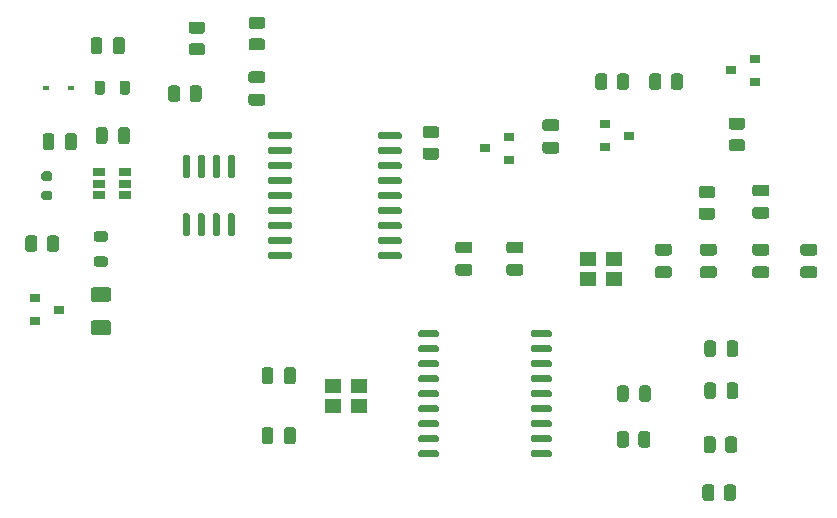
<source format=gbr>
%TF.GenerationSoftware,KiCad,Pcbnew,(5.1.12-1-10_14)*%
%TF.CreationDate,2021-11-26T20:13:54-05:00*%
%TF.ProjectId,Untitled,556e7469-746c-4656-942e-6b696361645f,rev?*%
%TF.SameCoordinates,Original*%
%TF.FileFunction,Paste,Top*%
%TF.FilePolarity,Positive*%
%FSLAX46Y46*%
G04 Gerber Fmt 4.6, Leading zero omitted, Abs format (unit mm)*
G04 Created by KiCad (PCBNEW (5.1.12-1-10_14)) date 2021-11-26 20:13:54*
%MOMM*%
%LPD*%
G01*
G04 APERTURE LIST*
%ADD10R,0.600000X0.450000*%
%ADD11R,0.900000X0.800000*%
%ADD12R,1.060000X0.650000*%
%ADD13R,1.400000X1.200000*%
G04 APERTURE END LIST*
%TO.C,C1*%
G36*
G01*
X106058000Y-130015000D02*
X106058000Y-129065000D01*
G75*
G02*
X106308000Y-128815000I250000J0D01*
G01*
X106808000Y-128815000D01*
G75*
G02*
X107058000Y-129065000I0J-250000D01*
G01*
X107058000Y-130015000D01*
G75*
G02*
X106808000Y-130265000I-250000J0D01*
G01*
X106308000Y-130265000D01*
G75*
G02*
X106058000Y-130015000I0J250000D01*
G01*
G37*
G36*
G01*
X107958000Y-130015000D02*
X107958000Y-129065000D01*
G75*
G02*
X108208000Y-128815000I250000J0D01*
G01*
X108708000Y-128815000D01*
G75*
G02*
X108958000Y-129065000I0J-250000D01*
G01*
X108958000Y-130015000D01*
G75*
G02*
X108708000Y-130265000I-250000J0D01*
G01*
X108208000Y-130265000D01*
G75*
G02*
X107958000Y-130015000I0J250000D01*
G01*
G37*
%TD*%
%TO.C,C2*%
G36*
G01*
X107958000Y-124935000D02*
X107958000Y-123985000D01*
G75*
G02*
X108208000Y-123735000I250000J0D01*
G01*
X108708000Y-123735000D01*
G75*
G02*
X108958000Y-123985000I0J-250000D01*
G01*
X108958000Y-124935000D01*
G75*
G02*
X108708000Y-125185000I-250000J0D01*
G01*
X108208000Y-125185000D01*
G75*
G02*
X107958000Y-124935000I0J250000D01*
G01*
G37*
G36*
G01*
X106058000Y-124935000D02*
X106058000Y-123985000D01*
G75*
G02*
X106308000Y-123735000I250000J0D01*
G01*
X106808000Y-123735000D01*
G75*
G02*
X107058000Y-123985000I0J-250000D01*
G01*
X107058000Y-124935000D01*
G75*
G02*
X106808000Y-125185000I-250000J0D01*
G01*
X106308000Y-125185000D01*
G75*
G02*
X106058000Y-124935000I0J250000D01*
G01*
G37*
%TD*%
%TO.C,C3*%
G36*
G01*
X90416000Y-104173000D02*
X90416000Y-105123000D01*
G75*
G02*
X90166000Y-105373000I-250000J0D01*
G01*
X89666000Y-105373000D01*
G75*
G02*
X89416000Y-105123000I0J250000D01*
G01*
X89416000Y-104173000D01*
G75*
G02*
X89666000Y-103923000I250000J0D01*
G01*
X90166000Y-103923000D01*
G75*
G02*
X90416000Y-104173000I0J-250000D01*
G01*
G37*
G36*
G01*
X88516000Y-104173000D02*
X88516000Y-105123000D01*
G75*
G02*
X88266000Y-105373000I-250000J0D01*
G01*
X87766000Y-105373000D01*
G75*
G02*
X87516000Y-105123000I0J250000D01*
G01*
X87516000Y-104173000D01*
G75*
G02*
X87766000Y-103923000I250000J0D01*
G01*
X88266000Y-103923000D01*
G75*
G02*
X88516000Y-104173000I0J-250000D01*
G01*
G37*
%TD*%
%TO.C,C4*%
G36*
G01*
X122715000Y-113104000D02*
X123665000Y-113104000D01*
G75*
G02*
X123915000Y-113354000I0J-250000D01*
G01*
X123915000Y-113854000D01*
G75*
G02*
X123665000Y-114104000I-250000J0D01*
G01*
X122715000Y-114104000D01*
G75*
G02*
X122465000Y-113854000I0J250000D01*
G01*
X122465000Y-113354000D01*
G75*
G02*
X122715000Y-113104000I250000J0D01*
G01*
G37*
G36*
G01*
X122715000Y-115004000D02*
X123665000Y-115004000D01*
G75*
G02*
X123915000Y-115254000I0J-250000D01*
G01*
X123915000Y-115754000D01*
G75*
G02*
X123665000Y-116004000I-250000J0D01*
G01*
X122715000Y-116004000D01*
G75*
G02*
X122465000Y-115754000I0J250000D01*
G01*
X122465000Y-115254000D01*
G75*
G02*
X122715000Y-115004000I250000J0D01*
G01*
G37*
%TD*%
%TO.C,C5*%
G36*
G01*
X127033000Y-115004000D02*
X127983000Y-115004000D01*
G75*
G02*
X128233000Y-115254000I0J-250000D01*
G01*
X128233000Y-115754000D01*
G75*
G02*
X127983000Y-116004000I-250000J0D01*
G01*
X127033000Y-116004000D01*
G75*
G02*
X126783000Y-115754000I0J250000D01*
G01*
X126783000Y-115254000D01*
G75*
G02*
X127033000Y-115004000I250000J0D01*
G01*
G37*
G36*
G01*
X127033000Y-113104000D02*
X127983000Y-113104000D01*
G75*
G02*
X128233000Y-113354000I0J-250000D01*
G01*
X128233000Y-113854000D01*
G75*
G02*
X127983000Y-114104000I-250000J0D01*
G01*
X127033000Y-114104000D01*
G75*
G02*
X126783000Y-113854000I0J250000D01*
G01*
X126783000Y-113354000D01*
G75*
G02*
X127033000Y-113104000I250000J0D01*
G01*
G37*
%TD*%
%TO.C,C6*%
G36*
G01*
X140556000Y-116197000D02*
X139606000Y-116197000D01*
G75*
G02*
X139356000Y-115947000I0J250000D01*
G01*
X139356000Y-115447000D01*
G75*
G02*
X139606000Y-115197000I250000J0D01*
G01*
X140556000Y-115197000D01*
G75*
G02*
X140806000Y-115447000I0J-250000D01*
G01*
X140806000Y-115947000D01*
G75*
G02*
X140556000Y-116197000I-250000J0D01*
G01*
G37*
G36*
G01*
X140556000Y-114297000D02*
X139606000Y-114297000D01*
G75*
G02*
X139356000Y-114047000I0J250000D01*
G01*
X139356000Y-113547000D01*
G75*
G02*
X139606000Y-113297000I250000J0D01*
G01*
X140556000Y-113297000D01*
G75*
G02*
X140806000Y-113547000I0J-250000D01*
G01*
X140806000Y-114047000D01*
G75*
G02*
X140556000Y-114297000I-250000J0D01*
G01*
G37*
%TD*%
%TO.C,C7*%
G36*
G01*
X144366000Y-114297000D02*
X143416000Y-114297000D01*
G75*
G02*
X143166000Y-114047000I0J250000D01*
G01*
X143166000Y-113547000D01*
G75*
G02*
X143416000Y-113297000I250000J0D01*
G01*
X144366000Y-113297000D01*
G75*
G02*
X144616000Y-113547000I0J-250000D01*
G01*
X144616000Y-114047000D01*
G75*
G02*
X144366000Y-114297000I-250000J0D01*
G01*
G37*
G36*
G01*
X144366000Y-116197000D02*
X143416000Y-116197000D01*
G75*
G02*
X143166000Y-115947000I0J250000D01*
G01*
X143166000Y-115447000D01*
G75*
G02*
X143416000Y-115197000I250000J0D01*
G01*
X144366000Y-115197000D01*
G75*
G02*
X144616000Y-115447000I0J-250000D01*
G01*
X144616000Y-115947000D01*
G75*
G02*
X144366000Y-116197000I-250000J0D01*
G01*
G37*
%TD*%
%TO.C,C8*%
G36*
G01*
X147861000Y-113292000D02*
X148811000Y-113292000D01*
G75*
G02*
X149061000Y-113542000I0J-250000D01*
G01*
X149061000Y-114042000D01*
G75*
G02*
X148811000Y-114292000I-250000J0D01*
G01*
X147861000Y-114292000D01*
G75*
G02*
X147611000Y-114042000I0J250000D01*
G01*
X147611000Y-113542000D01*
G75*
G02*
X147861000Y-113292000I250000J0D01*
G01*
G37*
G36*
G01*
X147861000Y-115192000D02*
X148811000Y-115192000D01*
G75*
G02*
X149061000Y-115442000I0J-250000D01*
G01*
X149061000Y-115942000D01*
G75*
G02*
X148811000Y-116192000I-250000J0D01*
G01*
X147861000Y-116192000D01*
G75*
G02*
X147611000Y-115942000I0J250000D01*
G01*
X147611000Y-115442000D01*
G75*
G02*
X147861000Y-115192000I250000J0D01*
G01*
G37*
%TD*%
%TO.C,C9*%
G36*
G01*
X151925000Y-115197000D02*
X152875000Y-115197000D01*
G75*
G02*
X153125000Y-115447000I0J-250000D01*
G01*
X153125000Y-115947000D01*
G75*
G02*
X152875000Y-116197000I-250000J0D01*
G01*
X151925000Y-116197000D01*
G75*
G02*
X151675000Y-115947000I0J250000D01*
G01*
X151675000Y-115447000D01*
G75*
G02*
X151925000Y-115197000I250000J0D01*
G01*
G37*
G36*
G01*
X151925000Y-113297000D02*
X152875000Y-113297000D01*
G75*
G02*
X153125000Y-113547000I0J-250000D01*
G01*
X153125000Y-114047000D01*
G75*
G02*
X152875000Y-114297000I-250000J0D01*
G01*
X151925000Y-114297000D01*
G75*
G02*
X151675000Y-114047000I0J250000D01*
G01*
X151675000Y-113547000D01*
G75*
G02*
X151925000Y-113297000I250000J0D01*
G01*
G37*
%TD*%
%TO.C,C10*%
G36*
G01*
X93922000Y-104615000D02*
X93922000Y-103665000D01*
G75*
G02*
X94172000Y-103415000I250000J0D01*
G01*
X94672000Y-103415000D01*
G75*
G02*
X94922000Y-103665000I0J-250000D01*
G01*
X94922000Y-104615000D01*
G75*
G02*
X94672000Y-104865000I-250000J0D01*
G01*
X94172000Y-104865000D01*
G75*
G02*
X93922000Y-104615000I0J250000D01*
G01*
G37*
G36*
G01*
X92022000Y-104615000D02*
X92022000Y-103665000D01*
G75*
G02*
X92272000Y-103415000I250000J0D01*
G01*
X92772000Y-103415000D01*
G75*
G02*
X93022000Y-103665000I0J-250000D01*
G01*
X93022000Y-104615000D01*
G75*
G02*
X92772000Y-104865000I-250000J0D01*
G01*
X92272000Y-104865000D01*
G75*
G02*
X92022000Y-104615000I0J250000D01*
G01*
G37*
%TD*%
%TO.C,C11*%
G36*
G01*
X105189000Y-100592000D02*
X106139000Y-100592000D01*
G75*
G02*
X106389000Y-100842000I0J-250000D01*
G01*
X106389000Y-101342000D01*
G75*
G02*
X106139000Y-101592000I-250000J0D01*
G01*
X105189000Y-101592000D01*
G75*
G02*
X104939000Y-101342000I0J250000D01*
G01*
X104939000Y-100842000D01*
G75*
G02*
X105189000Y-100592000I250000J0D01*
G01*
G37*
G36*
G01*
X105189000Y-98692000D02*
X106139000Y-98692000D01*
G75*
G02*
X106389000Y-98942000I0J-250000D01*
G01*
X106389000Y-99442000D01*
G75*
G02*
X106139000Y-99692000I-250000J0D01*
G01*
X105189000Y-99692000D01*
G75*
G02*
X104939000Y-99442000I0J250000D01*
G01*
X104939000Y-98942000D01*
G75*
G02*
X105189000Y-98692000I250000J0D01*
G01*
G37*
%TD*%
%TO.C,C12*%
G36*
G01*
X94480000Y-96045000D02*
X94480000Y-96995000D01*
G75*
G02*
X94230000Y-97245000I-250000J0D01*
G01*
X93730000Y-97245000D01*
G75*
G02*
X93480000Y-96995000I0J250000D01*
G01*
X93480000Y-96045000D01*
G75*
G02*
X93730000Y-95795000I250000J0D01*
G01*
X94230000Y-95795000D01*
G75*
G02*
X94480000Y-96045000I0J-250000D01*
G01*
G37*
G36*
G01*
X92580000Y-96045000D02*
X92580000Y-96995000D01*
G75*
G02*
X92330000Y-97245000I-250000J0D01*
G01*
X91830000Y-97245000D01*
G75*
G02*
X91580000Y-96995000I0J250000D01*
G01*
X91580000Y-96045000D01*
G75*
G02*
X91830000Y-95795000I250000J0D01*
G01*
X92330000Y-95795000D01*
G75*
G02*
X92580000Y-96045000I0J-250000D01*
G01*
G37*
%TD*%
%TO.C,C13*%
G36*
G01*
X147861000Y-108278000D02*
X148811000Y-108278000D01*
G75*
G02*
X149061000Y-108528000I0J-250000D01*
G01*
X149061000Y-109028000D01*
G75*
G02*
X148811000Y-109278000I-250000J0D01*
G01*
X147861000Y-109278000D01*
G75*
G02*
X147611000Y-109028000I0J250000D01*
G01*
X147611000Y-108528000D01*
G75*
G02*
X147861000Y-108278000I250000J0D01*
G01*
G37*
G36*
G01*
X147861000Y-110178000D02*
X148811000Y-110178000D01*
G75*
G02*
X149061000Y-110428000I0J-250000D01*
G01*
X149061000Y-110928000D01*
G75*
G02*
X148811000Y-111178000I-250000J0D01*
G01*
X147861000Y-111178000D01*
G75*
G02*
X147611000Y-110928000I0J250000D01*
G01*
X147611000Y-110428000D01*
G75*
G02*
X147861000Y-110178000I250000J0D01*
G01*
G37*
%TD*%
%TO.C,C14*%
G36*
G01*
X130081000Y-104656000D02*
X131031000Y-104656000D01*
G75*
G02*
X131281000Y-104906000I0J-250000D01*
G01*
X131281000Y-105406000D01*
G75*
G02*
X131031000Y-105656000I-250000J0D01*
G01*
X130081000Y-105656000D01*
G75*
G02*
X129831000Y-105406000I0J250000D01*
G01*
X129831000Y-104906000D01*
G75*
G02*
X130081000Y-104656000I250000J0D01*
G01*
G37*
G36*
G01*
X130081000Y-102756000D02*
X131031000Y-102756000D01*
G75*
G02*
X131281000Y-103006000I0J-250000D01*
G01*
X131281000Y-103506000D01*
G75*
G02*
X131031000Y-103756000I-250000J0D01*
G01*
X130081000Y-103756000D01*
G75*
G02*
X129831000Y-103506000I0J250000D01*
G01*
X129831000Y-103006000D01*
G75*
G02*
X130081000Y-102756000I250000J0D01*
G01*
G37*
%TD*%
%TO.C,D1*%
G36*
G01*
X139014500Y-125527750D02*
X139014500Y-126440250D01*
G75*
G02*
X138770750Y-126684000I-243750J0D01*
G01*
X138283250Y-126684000D01*
G75*
G02*
X138039500Y-126440250I0J243750D01*
G01*
X138039500Y-125527750D01*
G75*
G02*
X138283250Y-125284000I243750J0D01*
G01*
X138770750Y-125284000D01*
G75*
G02*
X139014500Y-125527750I0J-243750D01*
G01*
G37*
G36*
G01*
X137139500Y-125527750D02*
X137139500Y-126440250D01*
G75*
G02*
X136895750Y-126684000I-243750J0D01*
G01*
X136408250Y-126684000D01*
G75*
G02*
X136164500Y-126440250I0J243750D01*
G01*
X136164500Y-125527750D01*
G75*
G02*
X136408250Y-125284000I243750J0D01*
G01*
X136895750Y-125284000D01*
G75*
G02*
X137139500Y-125527750I0J-243750D01*
G01*
G37*
%TD*%
D10*
%TO.C,D2*%
X89950000Y-100076000D03*
X87850000Y-100076000D03*
%TD*%
%TO.C,D3*%
G36*
G01*
X144535500Y-121717750D02*
X144535500Y-122630250D01*
G75*
G02*
X144291750Y-122874000I-243750J0D01*
G01*
X143804250Y-122874000D01*
G75*
G02*
X143560500Y-122630250I0J243750D01*
G01*
X143560500Y-121717750D01*
G75*
G02*
X143804250Y-121474000I243750J0D01*
G01*
X144291750Y-121474000D01*
G75*
G02*
X144535500Y-121717750I0J-243750D01*
G01*
G37*
G36*
G01*
X146410500Y-121717750D02*
X146410500Y-122630250D01*
G75*
G02*
X146166750Y-122874000I-243750J0D01*
G01*
X145679250Y-122874000D01*
G75*
G02*
X145435500Y-122630250I0J243750D01*
G01*
X145435500Y-121717750D01*
G75*
G02*
X145679250Y-121474000I243750J0D01*
G01*
X146166750Y-121474000D01*
G75*
G02*
X146410500Y-121717750I0J-243750D01*
G01*
G37*
%TD*%
%TO.C,D4*%
G36*
G01*
X146410500Y-125273750D02*
X146410500Y-126186250D01*
G75*
G02*
X146166750Y-126430000I-243750J0D01*
G01*
X145679250Y-126430000D01*
G75*
G02*
X145435500Y-126186250I0J243750D01*
G01*
X145435500Y-125273750D01*
G75*
G02*
X145679250Y-125030000I243750J0D01*
G01*
X146166750Y-125030000D01*
G75*
G02*
X146410500Y-125273750I0J-243750D01*
G01*
G37*
G36*
G01*
X144535500Y-125273750D02*
X144535500Y-126186250D01*
G75*
G02*
X144291750Y-126430000I-243750J0D01*
G01*
X143804250Y-126430000D01*
G75*
G02*
X143560500Y-126186250I0J243750D01*
G01*
X143560500Y-125273750D01*
G75*
G02*
X143804250Y-125030000I243750J0D01*
G01*
X144291750Y-125030000D01*
G75*
G02*
X144535500Y-125273750I0J-243750D01*
G01*
G37*
%TD*%
%TO.C,F1*%
G36*
G01*
X91831000Y-116971000D02*
X93081000Y-116971000D01*
G75*
G02*
X93331000Y-117221000I0J-250000D01*
G01*
X93331000Y-117971000D01*
G75*
G02*
X93081000Y-118221000I-250000J0D01*
G01*
X91831000Y-118221000D01*
G75*
G02*
X91581000Y-117971000I0J250000D01*
G01*
X91581000Y-117221000D01*
G75*
G02*
X91831000Y-116971000I250000J0D01*
G01*
G37*
G36*
G01*
X91831000Y-119771000D02*
X93081000Y-119771000D01*
G75*
G02*
X93331000Y-120021000I0J-250000D01*
G01*
X93331000Y-120771000D01*
G75*
G02*
X93081000Y-121021000I-250000J0D01*
G01*
X91831000Y-121021000D01*
G75*
G02*
X91581000Y-120771000I0J250000D01*
G01*
X91581000Y-120021000D01*
G75*
G02*
X91831000Y-119771000I250000J0D01*
G01*
G37*
%TD*%
%TO.C,FB1*%
G36*
G01*
X92074750Y-114370500D02*
X92837250Y-114370500D01*
G75*
G02*
X93056000Y-114589250I0J-218750D01*
G01*
X93056000Y-115026750D01*
G75*
G02*
X92837250Y-115245500I-218750J0D01*
G01*
X92074750Y-115245500D01*
G75*
G02*
X91856000Y-115026750I0J218750D01*
G01*
X91856000Y-114589250D01*
G75*
G02*
X92074750Y-114370500I218750J0D01*
G01*
G37*
G36*
G01*
X92074750Y-112245500D02*
X92837250Y-112245500D01*
G75*
G02*
X93056000Y-112464250I0J-218750D01*
G01*
X93056000Y-112901750D01*
G75*
G02*
X92837250Y-113120500I-218750J0D01*
G01*
X92074750Y-113120500D01*
G75*
G02*
X91856000Y-112901750I0J218750D01*
G01*
X91856000Y-112464250D01*
G75*
G02*
X92074750Y-112245500I218750J0D01*
G01*
G37*
%TD*%
%TO.C,L1*%
G36*
G01*
X91925500Y-100457250D02*
X91925500Y-99694750D01*
G75*
G02*
X92144250Y-99476000I218750J0D01*
G01*
X92581750Y-99476000D01*
G75*
G02*
X92800500Y-99694750I0J-218750D01*
G01*
X92800500Y-100457250D01*
G75*
G02*
X92581750Y-100676000I-218750J0D01*
G01*
X92144250Y-100676000D01*
G75*
G02*
X91925500Y-100457250I0J218750D01*
G01*
G37*
G36*
G01*
X94050500Y-100457250D02*
X94050500Y-99694750D01*
G75*
G02*
X94269250Y-99476000I218750J0D01*
G01*
X94706750Y-99476000D01*
G75*
G02*
X94925500Y-99694750I0J-218750D01*
G01*
X94925500Y-100457250D01*
G75*
G02*
X94706750Y-100676000I-218750J0D01*
G01*
X94269250Y-100676000D01*
G75*
G02*
X94050500Y-100457250I0J218750D01*
G01*
G37*
%TD*%
D11*
%TO.C,Q1*%
X88884000Y-118872000D03*
X86884000Y-119822000D03*
X86884000Y-117922000D03*
%TD*%
%TO.C,Q2*%
X135144000Y-103190000D03*
X135144000Y-105090000D03*
X137144000Y-104140000D03*
%TD*%
%TO.C,Q3*%
X145828000Y-98618000D03*
X147828000Y-97668000D03*
X147828000Y-99568000D03*
%TD*%
%TO.C,R1*%
G36*
G01*
X136139500Y-130307501D02*
X136139500Y-129407499D01*
G75*
G02*
X136389499Y-129157500I249999J0D01*
G01*
X136914501Y-129157500D01*
G75*
G02*
X137164500Y-129407499I0J-249999D01*
G01*
X137164500Y-130307501D01*
G75*
G02*
X136914501Y-130557500I-249999J0D01*
G01*
X136389499Y-130557500D01*
G75*
G02*
X136139500Y-130307501I0J249999D01*
G01*
G37*
G36*
G01*
X137964500Y-130307501D02*
X137964500Y-129407499D01*
G75*
G02*
X138214499Y-129157500I249999J0D01*
G01*
X138739501Y-129157500D01*
G75*
G02*
X138989500Y-129407499I0J-249999D01*
G01*
X138989500Y-130307501D01*
G75*
G02*
X138739501Y-130557500I-249999J0D01*
G01*
X138214499Y-130557500D01*
G75*
G02*
X137964500Y-130307501I0J249999D01*
G01*
G37*
%TD*%
%TO.C,R2*%
G36*
G01*
X119945999Y-105151500D02*
X120846001Y-105151500D01*
G75*
G02*
X121096000Y-105401499I0J-249999D01*
G01*
X121096000Y-105926501D01*
G75*
G02*
X120846001Y-106176500I-249999J0D01*
G01*
X119945999Y-106176500D01*
G75*
G02*
X119696000Y-105926501I0J249999D01*
G01*
X119696000Y-105401499D01*
G75*
G02*
X119945999Y-105151500I249999J0D01*
G01*
G37*
G36*
G01*
X119945999Y-103326500D02*
X120846001Y-103326500D01*
G75*
G02*
X121096000Y-103576499I0J-249999D01*
G01*
X121096000Y-104101501D01*
G75*
G02*
X120846001Y-104351500I-249999J0D01*
G01*
X119945999Y-104351500D01*
G75*
G02*
X119696000Y-104101501I0J249999D01*
G01*
X119696000Y-103576499D01*
G75*
G02*
X119945999Y-103326500I249999J0D01*
G01*
G37*
%TD*%
%TO.C,R3*%
G36*
G01*
X88904500Y-112833999D02*
X88904500Y-113734001D01*
G75*
G02*
X88654501Y-113984000I-249999J0D01*
G01*
X88129499Y-113984000D01*
G75*
G02*
X87879500Y-113734001I0J249999D01*
G01*
X87879500Y-112833999D01*
G75*
G02*
X88129499Y-112584000I249999J0D01*
G01*
X88654501Y-112584000D01*
G75*
G02*
X88904500Y-112833999I0J-249999D01*
G01*
G37*
G36*
G01*
X87079500Y-112833999D02*
X87079500Y-113734001D01*
G75*
G02*
X86829501Y-113984000I-249999J0D01*
G01*
X86304499Y-113984000D01*
G75*
G02*
X86054500Y-113734001I0J249999D01*
G01*
X86054500Y-112833999D01*
G75*
G02*
X86304499Y-112584000I249999J0D01*
G01*
X86829501Y-112584000D01*
G75*
G02*
X87079500Y-112833999I0J-249999D01*
G01*
G37*
%TD*%
%TO.C,R4*%
G36*
G01*
X88159000Y-109620000D02*
X87609000Y-109620000D01*
G75*
G02*
X87409000Y-109420000I0J200000D01*
G01*
X87409000Y-109020000D01*
G75*
G02*
X87609000Y-108820000I200000J0D01*
G01*
X88159000Y-108820000D01*
G75*
G02*
X88359000Y-109020000I0J-200000D01*
G01*
X88359000Y-109420000D01*
G75*
G02*
X88159000Y-109620000I-200000J0D01*
G01*
G37*
G36*
G01*
X88159000Y-107970000D02*
X87609000Y-107970000D01*
G75*
G02*
X87409000Y-107770000I0J200000D01*
G01*
X87409000Y-107370000D01*
G75*
G02*
X87609000Y-107170000I200000J0D01*
G01*
X88159000Y-107170000D01*
G75*
G02*
X88359000Y-107370000I0J-200000D01*
G01*
X88359000Y-107770000D01*
G75*
G02*
X88159000Y-107970000I-200000J0D01*
G01*
G37*
%TD*%
%TO.C,R5*%
G36*
G01*
X106114001Y-95104000D02*
X105213999Y-95104000D01*
G75*
G02*
X104964000Y-94854001I0J249999D01*
G01*
X104964000Y-94328999D01*
G75*
G02*
X105213999Y-94079000I249999J0D01*
G01*
X106114001Y-94079000D01*
G75*
G02*
X106364000Y-94328999I0J-249999D01*
G01*
X106364000Y-94854001D01*
G75*
G02*
X106114001Y-95104000I-249999J0D01*
G01*
G37*
G36*
G01*
X106114001Y-96929000D02*
X105213999Y-96929000D01*
G75*
G02*
X104964000Y-96679001I0J249999D01*
G01*
X104964000Y-96153999D01*
G75*
G02*
X105213999Y-95904000I249999J0D01*
G01*
X106114001Y-95904000D01*
G75*
G02*
X106364000Y-96153999I0J-249999D01*
G01*
X106364000Y-96679001D01*
G75*
G02*
X106114001Y-96929000I-249999J0D01*
G01*
G37*
%TD*%
%TO.C,R6*%
G36*
G01*
X100133999Y-94483500D02*
X101034001Y-94483500D01*
G75*
G02*
X101284000Y-94733499I0J-249999D01*
G01*
X101284000Y-95258501D01*
G75*
G02*
X101034001Y-95508500I-249999J0D01*
G01*
X100133999Y-95508500D01*
G75*
G02*
X99884000Y-95258501I0J249999D01*
G01*
X99884000Y-94733499D01*
G75*
G02*
X100133999Y-94483500I249999J0D01*
G01*
G37*
G36*
G01*
X100133999Y-96308500D02*
X101034001Y-96308500D01*
G75*
G02*
X101284000Y-96558499I0J-249999D01*
G01*
X101284000Y-97083501D01*
G75*
G02*
X101034001Y-97333500I-249999J0D01*
G01*
X100133999Y-97333500D01*
G75*
G02*
X99884000Y-97083501I0J249999D01*
G01*
X99884000Y-96558499D01*
G75*
G02*
X100133999Y-96308500I249999J0D01*
G01*
G37*
%TD*%
%TO.C,R7*%
G36*
G01*
X99168000Y-100133999D02*
X99168000Y-101034001D01*
G75*
G02*
X98918001Y-101284000I-249999J0D01*
G01*
X98392999Y-101284000D01*
G75*
G02*
X98143000Y-101034001I0J249999D01*
G01*
X98143000Y-100133999D01*
G75*
G02*
X98392999Y-99884000I249999J0D01*
G01*
X98918001Y-99884000D01*
G75*
G02*
X99168000Y-100133999I0J-249999D01*
G01*
G37*
G36*
G01*
X100993000Y-100133999D02*
X100993000Y-101034001D01*
G75*
G02*
X100743001Y-101284000I-249999J0D01*
G01*
X100217999Y-101284000D01*
G75*
G02*
X99968000Y-101034001I0J249999D01*
G01*
X99968000Y-100133999D01*
G75*
G02*
X100217999Y-99884000I249999J0D01*
G01*
X100743001Y-99884000D01*
G75*
G02*
X100993000Y-100133999I0J-249999D01*
G01*
G37*
%TD*%
%TO.C,R8*%
G36*
G01*
X144214001Y-111256500D02*
X143313999Y-111256500D01*
G75*
G02*
X143064000Y-111006501I0J249999D01*
G01*
X143064000Y-110481499D01*
G75*
G02*
X143313999Y-110231500I249999J0D01*
G01*
X144214001Y-110231500D01*
G75*
G02*
X144464000Y-110481499I0J-249999D01*
G01*
X144464000Y-111006501D01*
G75*
G02*
X144214001Y-111256500I-249999J0D01*
G01*
G37*
G36*
G01*
X144214001Y-109431500D02*
X143313999Y-109431500D01*
G75*
G02*
X143064000Y-109181501I0J249999D01*
G01*
X143064000Y-108656499D01*
G75*
G02*
X143313999Y-108406500I249999J0D01*
G01*
X144214001Y-108406500D01*
G75*
G02*
X144464000Y-108656499I0J-249999D01*
G01*
X144464000Y-109181501D01*
G75*
G02*
X144214001Y-109431500I-249999J0D01*
G01*
G37*
%TD*%
%TO.C,R9*%
G36*
G01*
X141736500Y-99117999D02*
X141736500Y-100018001D01*
G75*
G02*
X141486501Y-100268000I-249999J0D01*
G01*
X140961499Y-100268000D01*
G75*
G02*
X140711500Y-100018001I0J249999D01*
G01*
X140711500Y-99117999D01*
G75*
G02*
X140961499Y-98868000I249999J0D01*
G01*
X141486501Y-98868000D01*
G75*
G02*
X141736500Y-99117999I0J-249999D01*
G01*
G37*
G36*
G01*
X139911500Y-99117999D02*
X139911500Y-100018001D01*
G75*
G02*
X139661501Y-100268000I-249999J0D01*
G01*
X139136499Y-100268000D01*
G75*
G02*
X138886500Y-100018001I0J249999D01*
G01*
X138886500Y-99117999D01*
G75*
G02*
X139136499Y-98868000I249999J0D01*
G01*
X139661501Y-98868000D01*
G75*
G02*
X139911500Y-99117999I0J-249999D01*
G01*
G37*
%TD*%
%TO.C,R10*%
G36*
G01*
X146754001Y-103636500D02*
X145853999Y-103636500D01*
G75*
G02*
X145604000Y-103386501I0J249999D01*
G01*
X145604000Y-102861499D01*
G75*
G02*
X145853999Y-102611500I249999J0D01*
G01*
X146754001Y-102611500D01*
G75*
G02*
X147004000Y-102861499I0J-249999D01*
G01*
X147004000Y-103386501D01*
G75*
G02*
X146754001Y-103636500I-249999J0D01*
G01*
G37*
G36*
G01*
X146754001Y-105461500D02*
X145853999Y-105461500D01*
G75*
G02*
X145604000Y-105211501I0J249999D01*
G01*
X145604000Y-104686499D01*
G75*
G02*
X145853999Y-104436500I249999J0D01*
G01*
X146754001Y-104436500D01*
G75*
G02*
X147004000Y-104686499I0J-249999D01*
G01*
X147004000Y-105211501D01*
G75*
G02*
X146754001Y-105461500I-249999J0D01*
G01*
G37*
%TD*%
%TO.C,R11*%
G36*
G01*
X136139500Y-100018001D02*
X136139500Y-99117999D01*
G75*
G02*
X136389499Y-98868000I249999J0D01*
G01*
X136914501Y-98868000D01*
G75*
G02*
X137164500Y-99117999I0J-249999D01*
G01*
X137164500Y-100018001D01*
G75*
G02*
X136914501Y-100268000I-249999J0D01*
G01*
X136389499Y-100268000D01*
G75*
G02*
X136139500Y-100018001I0J249999D01*
G01*
G37*
G36*
G01*
X134314500Y-100018001D02*
X134314500Y-99117999D01*
G75*
G02*
X134564499Y-98868000I249999J0D01*
G01*
X135089501Y-98868000D01*
G75*
G02*
X135339500Y-99117999I0J-249999D01*
G01*
X135339500Y-100018001D01*
G75*
G02*
X135089501Y-100268000I-249999J0D01*
G01*
X134564499Y-100268000D01*
G75*
G02*
X134314500Y-100018001I0J249999D01*
G01*
G37*
%TD*%
%TO.C,R12*%
G36*
G01*
X144403500Y-133915999D02*
X144403500Y-134816001D01*
G75*
G02*
X144153501Y-135066000I-249999J0D01*
G01*
X143628499Y-135066000D01*
G75*
G02*
X143378500Y-134816001I0J249999D01*
G01*
X143378500Y-133915999D01*
G75*
G02*
X143628499Y-133666000I249999J0D01*
G01*
X144153501Y-133666000D01*
G75*
G02*
X144403500Y-133915999I0J-249999D01*
G01*
G37*
G36*
G01*
X146228500Y-133915999D02*
X146228500Y-134816001D01*
G75*
G02*
X145978501Y-135066000I-249999J0D01*
G01*
X145453499Y-135066000D01*
G75*
G02*
X145203500Y-134816001I0J249999D01*
G01*
X145203500Y-133915999D01*
G75*
G02*
X145453499Y-133666000I249999J0D01*
G01*
X145978501Y-133666000D01*
G75*
G02*
X146228500Y-133915999I0J-249999D01*
G01*
G37*
%TD*%
%TO.C,R13*%
G36*
G01*
X146332000Y-129851999D02*
X146332000Y-130752001D01*
G75*
G02*
X146082001Y-131002000I-249999J0D01*
G01*
X145556999Y-131002000D01*
G75*
G02*
X145307000Y-130752001I0J249999D01*
G01*
X145307000Y-129851999D01*
G75*
G02*
X145556999Y-129602000I249999J0D01*
G01*
X146082001Y-129602000D01*
G75*
G02*
X146332000Y-129851999I0J-249999D01*
G01*
G37*
G36*
G01*
X144507000Y-129851999D02*
X144507000Y-130752001D01*
G75*
G02*
X144257001Y-131002000I-249999J0D01*
G01*
X143731999Y-131002000D01*
G75*
G02*
X143482000Y-130752001I0J249999D01*
G01*
X143482000Y-129851999D01*
G75*
G02*
X143731999Y-129602000I249999J0D01*
G01*
X144257001Y-129602000D01*
G75*
G02*
X144507000Y-129851999I0J-249999D01*
G01*
G37*
%TD*%
%TO.C,U1*%
G36*
G01*
X106593000Y-104290000D02*
X106593000Y-103990000D01*
G75*
G02*
X106743000Y-103840000I150000J0D01*
G01*
X108493000Y-103840000D01*
G75*
G02*
X108643000Y-103990000I0J-150000D01*
G01*
X108643000Y-104290000D01*
G75*
G02*
X108493000Y-104440000I-150000J0D01*
G01*
X106743000Y-104440000D01*
G75*
G02*
X106593000Y-104290000I0J150000D01*
G01*
G37*
G36*
G01*
X106593000Y-105560000D02*
X106593000Y-105260000D01*
G75*
G02*
X106743000Y-105110000I150000J0D01*
G01*
X108493000Y-105110000D01*
G75*
G02*
X108643000Y-105260000I0J-150000D01*
G01*
X108643000Y-105560000D01*
G75*
G02*
X108493000Y-105710000I-150000J0D01*
G01*
X106743000Y-105710000D01*
G75*
G02*
X106593000Y-105560000I0J150000D01*
G01*
G37*
G36*
G01*
X106593000Y-106830000D02*
X106593000Y-106530000D01*
G75*
G02*
X106743000Y-106380000I150000J0D01*
G01*
X108493000Y-106380000D01*
G75*
G02*
X108643000Y-106530000I0J-150000D01*
G01*
X108643000Y-106830000D01*
G75*
G02*
X108493000Y-106980000I-150000J0D01*
G01*
X106743000Y-106980000D01*
G75*
G02*
X106593000Y-106830000I0J150000D01*
G01*
G37*
G36*
G01*
X106593000Y-108100000D02*
X106593000Y-107800000D01*
G75*
G02*
X106743000Y-107650000I150000J0D01*
G01*
X108493000Y-107650000D01*
G75*
G02*
X108643000Y-107800000I0J-150000D01*
G01*
X108643000Y-108100000D01*
G75*
G02*
X108493000Y-108250000I-150000J0D01*
G01*
X106743000Y-108250000D01*
G75*
G02*
X106593000Y-108100000I0J150000D01*
G01*
G37*
G36*
G01*
X106593000Y-109370000D02*
X106593000Y-109070000D01*
G75*
G02*
X106743000Y-108920000I150000J0D01*
G01*
X108493000Y-108920000D01*
G75*
G02*
X108643000Y-109070000I0J-150000D01*
G01*
X108643000Y-109370000D01*
G75*
G02*
X108493000Y-109520000I-150000J0D01*
G01*
X106743000Y-109520000D01*
G75*
G02*
X106593000Y-109370000I0J150000D01*
G01*
G37*
G36*
G01*
X106593000Y-110640000D02*
X106593000Y-110340000D01*
G75*
G02*
X106743000Y-110190000I150000J0D01*
G01*
X108493000Y-110190000D01*
G75*
G02*
X108643000Y-110340000I0J-150000D01*
G01*
X108643000Y-110640000D01*
G75*
G02*
X108493000Y-110790000I-150000J0D01*
G01*
X106743000Y-110790000D01*
G75*
G02*
X106593000Y-110640000I0J150000D01*
G01*
G37*
G36*
G01*
X106593000Y-111910000D02*
X106593000Y-111610000D01*
G75*
G02*
X106743000Y-111460000I150000J0D01*
G01*
X108493000Y-111460000D01*
G75*
G02*
X108643000Y-111610000I0J-150000D01*
G01*
X108643000Y-111910000D01*
G75*
G02*
X108493000Y-112060000I-150000J0D01*
G01*
X106743000Y-112060000D01*
G75*
G02*
X106593000Y-111910000I0J150000D01*
G01*
G37*
G36*
G01*
X106593000Y-113180000D02*
X106593000Y-112880000D01*
G75*
G02*
X106743000Y-112730000I150000J0D01*
G01*
X108493000Y-112730000D01*
G75*
G02*
X108643000Y-112880000I0J-150000D01*
G01*
X108643000Y-113180000D01*
G75*
G02*
X108493000Y-113330000I-150000J0D01*
G01*
X106743000Y-113330000D01*
G75*
G02*
X106593000Y-113180000I0J150000D01*
G01*
G37*
G36*
G01*
X106593000Y-114450000D02*
X106593000Y-114150000D01*
G75*
G02*
X106743000Y-114000000I150000J0D01*
G01*
X108493000Y-114000000D01*
G75*
G02*
X108643000Y-114150000I0J-150000D01*
G01*
X108643000Y-114450000D01*
G75*
G02*
X108493000Y-114600000I-150000J0D01*
G01*
X106743000Y-114600000D01*
G75*
G02*
X106593000Y-114450000I0J150000D01*
G01*
G37*
G36*
G01*
X115893000Y-114450000D02*
X115893000Y-114150000D01*
G75*
G02*
X116043000Y-114000000I150000J0D01*
G01*
X117793000Y-114000000D01*
G75*
G02*
X117943000Y-114150000I0J-150000D01*
G01*
X117943000Y-114450000D01*
G75*
G02*
X117793000Y-114600000I-150000J0D01*
G01*
X116043000Y-114600000D01*
G75*
G02*
X115893000Y-114450000I0J150000D01*
G01*
G37*
G36*
G01*
X115893000Y-113180000D02*
X115893000Y-112880000D01*
G75*
G02*
X116043000Y-112730000I150000J0D01*
G01*
X117793000Y-112730000D01*
G75*
G02*
X117943000Y-112880000I0J-150000D01*
G01*
X117943000Y-113180000D01*
G75*
G02*
X117793000Y-113330000I-150000J0D01*
G01*
X116043000Y-113330000D01*
G75*
G02*
X115893000Y-113180000I0J150000D01*
G01*
G37*
G36*
G01*
X115893000Y-111910000D02*
X115893000Y-111610000D01*
G75*
G02*
X116043000Y-111460000I150000J0D01*
G01*
X117793000Y-111460000D01*
G75*
G02*
X117943000Y-111610000I0J-150000D01*
G01*
X117943000Y-111910000D01*
G75*
G02*
X117793000Y-112060000I-150000J0D01*
G01*
X116043000Y-112060000D01*
G75*
G02*
X115893000Y-111910000I0J150000D01*
G01*
G37*
G36*
G01*
X115893000Y-110640000D02*
X115893000Y-110340000D01*
G75*
G02*
X116043000Y-110190000I150000J0D01*
G01*
X117793000Y-110190000D01*
G75*
G02*
X117943000Y-110340000I0J-150000D01*
G01*
X117943000Y-110640000D01*
G75*
G02*
X117793000Y-110790000I-150000J0D01*
G01*
X116043000Y-110790000D01*
G75*
G02*
X115893000Y-110640000I0J150000D01*
G01*
G37*
G36*
G01*
X115893000Y-109370000D02*
X115893000Y-109070000D01*
G75*
G02*
X116043000Y-108920000I150000J0D01*
G01*
X117793000Y-108920000D01*
G75*
G02*
X117943000Y-109070000I0J-150000D01*
G01*
X117943000Y-109370000D01*
G75*
G02*
X117793000Y-109520000I-150000J0D01*
G01*
X116043000Y-109520000D01*
G75*
G02*
X115893000Y-109370000I0J150000D01*
G01*
G37*
G36*
G01*
X115893000Y-108100000D02*
X115893000Y-107800000D01*
G75*
G02*
X116043000Y-107650000I150000J0D01*
G01*
X117793000Y-107650000D01*
G75*
G02*
X117943000Y-107800000I0J-150000D01*
G01*
X117943000Y-108100000D01*
G75*
G02*
X117793000Y-108250000I-150000J0D01*
G01*
X116043000Y-108250000D01*
G75*
G02*
X115893000Y-108100000I0J150000D01*
G01*
G37*
G36*
G01*
X115893000Y-106830000D02*
X115893000Y-106530000D01*
G75*
G02*
X116043000Y-106380000I150000J0D01*
G01*
X117793000Y-106380000D01*
G75*
G02*
X117943000Y-106530000I0J-150000D01*
G01*
X117943000Y-106830000D01*
G75*
G02*
X117793000Y-106980000I-150000J0D01*
G01*
X116043000Y-106980000D01*
G75*
G02*
X115893000Y-106830000I0J150000D01*
G01*
G37*
G36*
G01*
X115893000Y-105560000D02*
X115893000Y-105260000D01*
G75*
G02*
X116043000Y-105110000I150000J0D01*
G01*
X117793000Y-105110000D01*
G75*
G02*
X117943000Y-105260000I0J-150000D01*
G01*
X117943000Y-105560000D01*
G75*
G02*
X117793000Y-105710000I-150000J0D01*
G01*
X116043000Y-105710000D01*
G75*
G02*
X115893000Y-105560000I0J150000D01*
G01*
G37*
G36*
G01*
X115893000Y-104290000D02*
X115893000Y-103990000D01*
G75*
G02*
X116043000Y-103840000I150000J0D01*
G01*
X117793000Y-103840000D01*
G75*
G02*
X117943000Y-103990000I0J-150000D01*
G01*
X117943000Y-104290000D01*
G75*
G02*
X117793000Y-104440000I-150000J0D01*
G01*
X116043000Y-104440000D01*
G75*
G02*
X115893000Y-104290000I0J150000D01*
G01*
G37*
%TD*%
%TO.C,U2*%
G36*
G01*
X99845000Y-112670000D02*
X99545000Y-112670000D01*
G75*
G02*
X99395000Y-112520000I0J150000D01*
G01*
X99395000Y-110870000D01*
G75*
G02*
X99545000Y-110720000I150000J0D01*
G01*
X99845000Y-110720000D01*
G75*
G02*
X99995000Y-110870000I0J-150000D01*
G01*
X99995000Y-112520000D01*
G75*
G02*
X99845000Y-112670000I-150000J0D01*
G01*
G37*
G36*
G01*
X101115000Y-112670000D02*
X100815000Y-112670000D01*
G75*
G02*
X100665000Y-112520000I0J150000D01*
G01*
X100665000Y-110870000D01*
G75*
G02*
X100815000Y-110720000I150000J0D01*
G01*
X101115000Y-110720000D01*
G75*
G02*
X101265000Y-110870000I0J-150000D01*
G01*
X101265000Y-112520000D01*
G75*
G02*
X101115000Y-112670000I-150000J0D01*
G01*
G37*
G36*
G01*
X102385000Y-112670000D02*
X102085000Y-112670000D01*
G75*
G02*
X101935000Y-112520000I0J150000D01*
G01*
X101935000Y-110870000D01*
G75*
G02*
X102085000Y-110720000I150000J0D01*
G01*
X102385000Y-110720000D01*
G75*
G02*
X102535000Y-110870000I0J-150000D01*
G01*
X102535000Y-112520000D01*
G75*
G02*
X102385000Y-112670000I-150000J0D01*
G01*
G37*
G36*
G01*
X103655000Y-112670000D02*
X103355000Y-112670000D01*
G75*
G02*
X103205000Y-112520000I0J150000D01*
G01*
X103205000Y-110870000D01*
G75*
G02*
X103355000Y-110720000I150000J0D01*
G01*
X103655000Y-110720000D01*
G75*
G02*
X103805000Y-110870000I0J-150000D01*
G01*
X103805000Y-112520000D01*
G75*
G02*
X103655000Y-112670000I-150000J0D01*
G01*
G37*
G36*
G01*
X103655000Y-107720000D02*
X103355000Y-107720000D01*
G75*
G02*
X103205000Y-107570000I0J150000D01*
G01*
X103205000Y-105920000D01*
G75*
G02*
X103355000Y-105770000I150000J0D01*
G01*
X103655000Y-105770000D01*
G75*
G02*
X103805000Y-105920000I0J-150000D01*
G01*
X103805000Y-107570000D01*
G75*
G02*
X103655000Y-107720000I-150000J0D01*
G01*
G37*
G36*
G01*
X102385000Y-107720000D02*
X102085000Y-107720000D01*
G75*
G02*
X101935000Y-107570000I0J150000D01*
G01*
X101935000Y-105920000D01*
G75*
G02*
X102085000Y-105770000I150000J0D01*
G01*
X102385000Y-105770000D01*
G75*
G02*
X102535000Y-105920000I0J-150000D01*
G01*
X102535000Y-107570000D01*
G75*
G02*
X102385000Y-107720000I-150000J0D01*
G01*
G37*
G36*
G01*
X101115000Y-107720000D02*
X100815000Y-107720000D01*
G75*
G02*
X100665000Y-107570000I0J150000D01*
G01*
X100665000Y-105920000D01*
G75*
G02*
X100815000Y-105770000I150000J0D01*
G01*
X101115000Y-105770000D01*
G75*
G02*
X101265000Y-105920000I0J-150000D01*
G01*
X101265000Y-107570000D01*
G75*
G02*
X101115000Y-107720000I-150000J0D01*
G01*
G37*
G36*
G01*
X99845000Y-107720000D02*
X99545000Y-107720000D01*
G75*
G02*
X99395000Y-107570000I0J150000D01*
G01*
X99395000Y-105920000D01*
G75*
G02*
X99545000Y-105770000I150000J0D01*
G01*
X99845000Y-105770000D01*
G75*
G02*
X99995000Y-105920000I0J-150000D01*
G01*
X99995000Y-107570000D01*
G75*
G02*
X99845000Y-107720000I-150000J0D01*
G01*
G37*
%TD*%
D12*
%TO.C,U3*%
X92288000Y-107254000D03*
X92288000Y-108204000D03*
X92288000Y-109154000D03*
X94488000Y-109154000D03*
X94488000Y-107254000D03*
X94488000Y-108204000D03*
%TD*%
%TO.C,U5*%
G36*
G01*
X119318000Y-121054000D02*
X119318000Y-120754000D01*
G75*
G02*
X119468000Y-120604000I150000J0D01*
G01*
X120918000Y-120604000D01*
G75*
G02*
X121068000Y-120754000I0J-150000D01*
G01*
X121068000Y-121054000D01*
G75*
G02*
X120918000Y-121204000I-150000J0D01*
G01*
X119468000Y-121204000D01*
G75*
G02*
X119318000Y-121054000I0J150000D01*
G01*
G37*
G36*
G01*
X119318000Y-122324000D02*
X119318000Y-122024000D01*
G75*
G02*
X119468000Y-121874000I150000J0D01*
G01*
X120918000Y-121874000D01*
G75*
G02*
X121068000Y-122024000I0J-150000D01*
G01*
X121068000Y-122324000D01*
G75*
G02*
X120918000Y-122474000I-150000J0D01*
G01*
X119468000Y-122474000D01*
G75*
G02*
X119318000Y-122324000I0J150000D01*
G01*
G37*
G36*
G01*
X119318000Y-123594000D02*
X119318000Y-123294000D01*
G75*
G02*
X119468000Y-123144000I150000J0D01*
G01*
X120918000Y-123144000D01*
G75*
G02*
X121068000Y-123294000I0J-150000D01*
G01*
X121068000Y-123594000D01*
G75*
G02*
X120918000Y-123744000I-150000J0D01*
G01*
X119468000Y-123744000D01*
G75*
G02*
X119318000Y-123594000I0J150000D01*
G01*
G37*
G36*
G01*
X119318000Y-124864000D02*
X119318000Y-124564000D01*
G75*
G02*
X119468000Y-124414000I150000J0D01*
G01*
X120918000Y-124414000D01*
G75*
G02*
X121068000Y-124564000I0J-150000D01*
G01*
X121068000Y-124864000D01*
G75*
G02*
X120918000Y-125014000I-150000J0D01*
G01*
X119468000Y-125014000D01*
G75*
G02*
X119318000Y-124864000I0J150000D01*
G01*
G37*
G36*
G01*
X119318000Y-126134000D02*
X119318000Y-125834000D01*
G75*
G02*
X119468000Y-125684000I150000J0D01*
G01*
X120918000Y-125684000D01*
G75*
G02*
X121068000Y-125834000I0J-150000D01*
G01*
X121068000Y-126134000D01*
G75*
G02*
X120918000Y-126284000I-150000J0D01*
G01*
X119468000Y-126284000D01*
G75*
G02*
X119318000Y-126134000I0J150000D01*
G01*
G37*
G36*
G01*
X119318000Y-127404000D02*
X119318000Y-127104000D01*
G75*
G02*
X119468000Y-126954000I150000J0D01*
G01*
X120918000Y-126954000D01*
G75*
G02*
X121068000Y-127104000I0J-150000D01*
G01*
X121068000Y-127404000D01*
G75*
G02*
X120918000Y-127554000I-150000J0D01*
G01*
X119468000Y-127554000D01*
G75*
G02*
X119318000Y-127404000I0J150000D01*
G01*
G37*
G36*
G01*
X119318000Y-128674000D02*
X119318000Y-128374000D01*
G75*
G02*
X119468000Y-128224000I150000J0D01*
G01*
X120918000Y-128224000D01*
G75*
G02*
X121068000Y-128374000I0J-150000D01*
G01*
X121068000Y-128674000D01*
G75*
G02*
X120918000Y-128824000I-150000J0D01*
G01*
X119468000Y-128824000D01*
G75*
G02*
X119318000Y-128674000I0J150000D01*
G01*
G37*
G36*
G01*
X119318000Y-129944000D02*
X119318000Y-129644000D01*
G75*
G02*
X119468000Y-129494000I150000J0D01*
G01*
X120918000Y-129494000D01*
G75*
G02*
X121068000Y-129644000I0J-150000D01*
G01*
X121068000Y-129944000D01*
G75*
G02*
X120918000Y-130094000I-150000J0D01*
G01*
X119468000Y-130094000D01*
G75*
G02*
X119318000Y-129944000I0J150000D01*
G01*
G37*
G36*
G01*
X119318000Y-131214000D02*
X119318000Y-130914000D01*
G75*
G02*
X119468000Y-130764000I150000J0D01*
G01*
X120918000Y-130764000D01*
G75*
G02*
X121068000Y-130914000I0J-150000D01*
G01*
X121068000Y-131214000D01*
G75*
G02*
X120918000Y-131364000I-150000J0D01*
G01*
X119468000Y-131364000D01*
G75*
G02*
X119318000Y-131214000I0J150000D01*
G01*
G37*
G36*
G01*
X128868000Y-131214000D02*
X128868000Y-130914000D01*
G75*
G02*
X129018000Y-130764000I150000J0D01*
G01*
X130468000Y-130764000D01*
G75*
G02*
X130618000Y-130914000I0J-150000D01*
G01*
X130618000Y-131214000D01*
G75*
G02*
X130468000Y-131364000I-150000J0D01*
G01*
X129018000Y-131364000D01*
G75*
G02*
X128868000Y-131214000I0J150000D01*
G01*
G37*
G36*
G01*
X128868000Y-129944000D02*
X128868000Y-129644000D01*
G75*
G02*
X129018000Y-129494000I150000J0D01*
G01*
X130468000Y-129494000D01*
G75*
G02*
X130618000Y-129644000I0J-150000D01*
G01*
X130618000Y-129944000D01*
G75*
G02*
X130468000Y-130094000I-150000J0D01*
G01*
X129018000Y-130094000D01*
G75*
G02*
X128868000Y-129944000I0J150000D01*
G01*
G37*
G36*
G01*
X128868000Y-128674000D02*
X128868000Y-128374000D01*
G75*
G02*
X129018000Y-128224000I150000J0D01*
G01*
X130468000Y-128224000D01*
G75*
G02*
X130618000Y-128374000I0J-150000D01*
G01*
X130618000Y-128674000D01*
G75*
G02*
X130468000Y-128824000I-150000J0D01*
G01*
X129018000Y-128824000D01*
G75*
G02*
X128868000Y-128674000I0J150000D01*
G01*
G37*
G36*
G01*
X128868000Y-127404000D02*
X128868000Y-127104000D01*
G75*
G02*
X129018000Y-126954000I150000J0D01*
G01*
X130468000Y-126954000D01*
G75*
G02*
X130618000Y-127104000I0J-150000D01*
G01*
X130618000Y-127404000D01*
G75*
G02*
X130468000Y-127554000I-150000J0D01*
G01*
X129018000Y-127554000D01*
G75*
G02*
X128868000Y-127404000I0J150000D01*
G01*
G37*
G36*
G01*
X128868000Y-126134000D02*
X128868000Y-125834000D01*
G75*
G02*
X129018000Y-125684000I150000J0D01*
G01*
X130468000Y-125684000D01*
G75*
G02*
X130618000Y-125834000I0J-150000D01*
G01*
X130618000Y-126134000D01*
G75*
G02*
X130468000Y-126284000I-150000J0D01*
G01*
X129018000Y-126284000D01*
G75*
G02*
X128868000Y-126134000I0J150000D01*
G01*
G37*
G36*
G01*
X128868000Y-124864000D02*
X128868000Y-124564000D01*
G75*
G02*
X129018000Y-124414000I150000J0D01*
G01*
X130468000Y-124414000D01*
G75*
G02*
X130618000Y-124564000I0J-150000D01*
G01*
X130618000Y-124864000D01*
G75*
G02*
X130468000Y-125014000I-150000J0D01*
G01*
X129018000Y-125014000D01*
G75*
G02*
X128868000Y-124864000I0J150000D01*
G01*
G37*
G36*
G01*
X128868000Y-123594000D02*
X128868000Y-123294000D01*
G75*
G02*
X129018000Y-123144000I150000J0D01*
G01*
X130468000Y-123144000D01*
G75*
G02*
X130618000Y-123294000I0J-150000D01*
G01*
X130618000Y-123594000D01*
G75*
G02*
X130468000Y-123744000I-150000J0D01*
G01*
X129018000Y-123744000D01*
G75*
G02*
X128868000Y-123594000I0J150000D01*
G01*
G37*
G36*
G01*
X128868000Y-122324000D02*
X128868000Y-122024000D01*
G75*
G02*
X129018000Y-121874000I150000J0D01*
G01*
X130468000Y-121874000D01*
G75*
G02*
X130618000Y-122024000I0J-150000D01*
G01*
X130618000Y-122324000D01*
G75*
G02*
X130468000Y-122474000I-150000J0D01*
G01*
X129018000Y-122474000D01*
G75*
G02*
X128868000Y-122324000I0J150000D01*
G01*
G37*
G36*
G01*
X128868000Y-121054000D02*
X128868000Y-120754000D01*
G75*
G02*
X129018000Y-120604000I150000J0D01*
G01*
X130468000Y-120604000D01*
G75*
G02*
X130618000Y-120754000I0J-150000D01*
G01*
X130618000Y-121054000D01*
G75*
G02*
X130468000Y-121204000I-150000J0D01*
G01*
X129018000Y-121204000D01*
G75*
G02*
X128868000Y-121054000I0J150000D01*
G01*
G37*
%TD*%
D11*
%TO.C,U6*%
X127000000Y-106172000D03*
X127000000Y-104272000D03*
X125000000Y-105222000D03*
%TD*%
D13*
%TO.C,Y1*%
X114300000Y-125300000D03*
X112100000Y-125300000D03*
X112100000Y-127000000D03*
X114300000Y-127000000D03*
%TD*%
%TO.C,Y2*%
X135890000Y-116254000D03*
X133690000Y-116254000D03*
X133690000Y-114554000D03*
X135890000Y-114554000D03*
%TD*%
M02*

</source>
